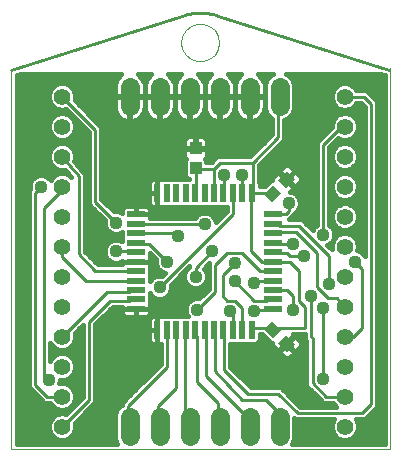
<source format=gtl>
G75*
G70*
%OFA0B0*%
%FSLAX24Y24*%
%IPPOS*%
%LPD*%
%AMOC8*
5,1,8,0,0,1.08239X$1,22.5*
%
%ADD10C,0.0000*%
%ADD11C,0.0100*%
%ADD12C,0.0555*%
%ADD13R,0.0591X0.0197*%
%ADD14R,0.0197X0.0591*%
%ADD15R,0.0433X0.0394*%
%ADD16R,0.0394X0.0433*%
%ADD17C,0.0640*%
%ADD18C,0.0440*%
%ADD19C,0.0436*%
%ADD20C,0.0160*%
D10*
X000174Y000746D02*
X000174Y013342D01*
X005829Y014294D02*
X005867Y014509D01*
X005976Y014699D01*
X006144Y014840D01*
X006350Y014914D01*
X006568Y014914D01*
X006774Y014840D01*
X006942Y014699D01*
X007051Y014509D01*
X007089Y014294D01*
X007051Y014079D01*
X006942Y013889D01*
X006774Y013748D01*
X006568Y013674D01*
X006350Y013674D01*
X006144Y013748D01*
X005976Y013889D01*
X005867Y014079D01*
X005829Y014294D01*
G36*
X009638Y009743D02*
X009333Y009438D01*
X009054Y009717D01*
X009359Y010022D01*
X009638Y009743D01*
G37*
G36*
X009164Y009270D02*
X008859Y008965D01*
X008580Y009244D01*
X008885Y009549D01*
X009164Y009270D01*
G37*
X012794Y013442D02*
X012794Y000746D01*
X000174Y000746D01*
G36*
X008885Y004438D02*
X008580Y004743D01*
X008859Y005022D01*
X009164Y004717D01*
X008885Y004438D01*
G37*
G36*
X009359Y003965D02*
X009054Y004270D01*
X009333Y004549D01*
X009638Y004244D01*
X009359Y003965D01*
G37*
G36*
X009359Y003965D02*
X009054Y004270D01*
X009333Y004549D01*
X009638Y004244D01*
X009359Y003965D01*
G37*
D11*
X009059Y004794D02*
X008872Y004730D01*
G36*
X008885Y004438D02*
X008580Y004743D01*
X008859Y005022D01*
X009164Y004717D01*
X008885Y004438D01*
G37*
X008872Y004730D02*
X008659Y004794D01*
X008259Y004794D01*
X008184Y004710D01*
X007869Y004710D02*
X007869Y005434D01*
X007609Y005694D01*
X007359Y005694D01*
X007209Y005844D01*
X007209Y006544D01*
X007609Y006944D01*
X007359Y007294D02*
X007859Y007294D01*
X008459Y006694D01*
X008809Y006694D01*
X008892Y006679D01*
X008892Y006994D02*
X009459Y006994D01*
X009759Y006694D01*
X009759Y005694D01*
X009959Y005494D01*
X009959Y004794D01*
X009059Y004794D01*
X008892Y005419D02*
X008659Y005394D01*
X008309Y005394D01*
X008259Y005344D01*
X008259Y005694D02*
X007609Y006344D01*
X008259Y006294D02*
X008329Y006364D01*
X008892Y006364D01*
X008892Y006049D02*
X008859Y006044D01*
X009359Y006044D01*
X009559Y005844D01*
X009559Y005394D01*
X010159Y005844D02*
X010159Y004494D01*
X010209Y004444D01*
X010209Y002944D01*
X010659Y002494D01*
X011284Y002494D01*
X011859Y001944D02*
X012159Y002244D01*
X012159Y012244D01*
X011909Y012494D01*
X011284Y012494D01*
X011284Y011494D02*
X011159Y011494D01*
X010559Y010894D01*
X010559Y007894D01*
X010359Y007294D02*
X010359Y006144D01*
X010709Y005794D01*
X011009Y005794D01*
X011284Y005494D01*
X011859Y004794D02*
X011559Y004494D01*
X011284Y004494D01*
X011859Y004794D02*
X011859Y006744D01*
X011609Y006994D01*
X010759Y007194D02*
X010759Y006244D01*
X010559Y005444D02*
X010559Y003094D01*
X009709Y001944D02*
X011859Y001944D01*
X009709Y001944D02*
X009059Y002594D01*
X008059Y002594D01*
X007259Y003394D01*
X007259Y004494D01*
X007239Y004710D01*
X007554Y004710D02*
X007559Y004994D01*
X007559Y005194D01*
X007459Y005344D01*
X006959Y005994D02*
X006959Y006894D01*
X007359Y007294D01*
X006859Y007344D02*
X006309Y006794D01*
X006309Y006494D01*
X006959Y005994D02*
X006359Y005394D01*
X006294Y004710D02*
X006359Y004494D01*
X006359Y002994D01*
X007059Y002294D01*
X007059Y001894D01*
X007109Y001494D01*
X007859Y002394D02*
X006959Y003344D01*
X006959Y004494D01*
X006924Y004710D01*
X006609Y004710D02*
X006659Y004494D01*
X006659Y003194D01*
X008059Y001794D01*
X008059Y001644D01*
X008109Y001494D01*
X007859Y002394D02*
X008659Y002394D01*
X009059Y001994D01*
X009059Y001594D01*
X009109Y001494D01*
X006109Y001494D02*
X005959Y001994D01*
X005959Y004494D01*
X005979Y004710D01*
X005664Y004710D02*
X005659Y004494D01*
X005659Y002794D01*
X005059Y002194D01*
X005059Y001794D01*
X005109Y001494D01*
X004109Y001494D02*
X004059Y001794D01*
X004059Y002194D01*
X005359Y003494D01*
X005359Y004494D01*
X005349Y004710D01*
X004325Y005734D02*
X004059Y005694D01*
X003459Y005694D01*
X002759Y004994D01*
X002759Y002394D01*
X001859Y001494D01*
X001859Y002494D02*
X001359Y002494D01*
X000959Y002894D01*
X000959Y009294D01*
X001159Y009494D01*
X001259Y008794D02*
X001859Y009394D01*
X001859Y009494D01*
X001859Y009394D02*
X001859Y009344D01*
X002409Y009844D02*
X001859Y010494D01*
X002409Y009844D02*
X002409Y007244D01*
X002959Y006694D01*
X004059Y006694D01*
X004310Y006694D01*
X004325Y006679D01*
X004325Y006364D02*
X004109Y006344D01*
X002659Y006344D01*
X001859Y007144D01*
X001859Y007494D01*
X001259Y008794D02*
X001259Y003194D01*
X001409Y003044D01*
X001859Y004494D02*
X003359Y005994D01*
X004059Y005994D01*
X004325Y006049D01*
X005109Y006144D02*
X007559Y008594D01*
X007559Y008994D01*
X007554Y009277D01*
X007239Y009277D02*
X007259Y009494D01*
X007259Y009894D01*
X006909Y010094D02*
X007109Y010294D01*
X008209Y010294D01*
X009059Y011144D01*
X009059Y012444D01*
X009109Y012494D01*
X008209Y010294D02*
X008209Y009494D01*
X008184Y009277D01*
X008159Y008994D01*
X008159Y007344D01*
X008509Y006994D01*
X008892Y006994D01*
X008892Y007309D02*
X009159Y007294D01*
X009359Y007294D01*
X009459Y007194D01*
X009909Y007194D01*
X009559Y007594D02*
X008959Y007594D01*
X008909Y007644D01*
X008892Y007624D01*
X008892Y007939D02*
X009159Y007994D01*
X009659Y007994D01*
X010359Y007294D01*
X010759Y007194D02*
X009759Y008194D01*
X009159Y008194D01*
X008892Y008254D01*
X008892Y008569D02*
X009159Y008594D01*
X009309Y008594D01*
X009409Y008694D01*
X009409Y008944D01*
G36*
X009164Y009270D02*
X008859Y008965D01*
X008580Y009244D01*
X008885Y009549D01*
X009164Y009270D01*
G37*
X008872Y009257D02*
X008659Y009294D01*
X008259Y009294D01*
X008184Y009277D01*
X007869Y009277D02*
X007859Y009494D01*
X007859Y009894D01*
X006909Y009494D02*
X006924Y009277D01*
X006909Y009494D02*
X006909Y010094D01*
X006459Y010094D01*
X006459Y010009D01*
X006309Y010109D01*
X006309Y009494D01*
X006294Y009277D01*
X006609Y008244D02*
X004459Y008244D01*
X004325Y008254D01*
X004325Y007939D02*
X004409Y007944D01*
X005609Y007944D01*
X005709Y007844D01*
X005359Y006994D02*
X004759Y007594D01*
X004559Y007594D01*
X004325Y007624D01*
X004325Y007309D02*
X004059Y007344D01*
X003659Y007344D01*
X003659Y008294D02*
X002959Y008994D01*
X002959Y011394D01*
X001859Y012494D01*
X000159Y013394D02*
X005859Y015194D01*
X007059Y015194D02*
X012759Y013394D01*
G36*
X009638Y009743D02*
X009333Y009438D01*
X009054Y009717D01*
X009359Y010022D01*
X009638Y009743D01*
G37*
X007059Y015194D02*
X006976Y015221D01*
X006892Y015244D01*
X006806Y015263D01*
X006720Y015278D01*
X006634Y015289D01*
X006546Y015295D01*
X006459Y015297D01*
X006372Y015295D01*
X006284Y015289D01*
X006198Y015278D01*
X006112Y015263D01*
X006026Y015244D01*
X005942Y015221D01*
X005859Y015194D01*
X008659Y005694D02*
X008892Y005734D01*
X008659Y005694D02*
X008259Y005694D01*
G36*
X008885Y004438D02*
X008580Y004743D01*
X008859Y005022D01*
X009164Y004717D01*
X008885Y004438D01*
G37*
G36*
X009359Y003965D02*
X009054Y004270D01*
X009333Y004549D01*
X009638Y004244D01*
X009359Y003965D01*
G37*
D12*
X011284Y003494D03*
X011284Y002494D03*
X011284Y001494D03*
X011284Y004494D03*
X011284Y005494D03*
X011284Y006494D03*
X011284Y007494D03*
X011284Y008494D03*
X011284Y009494D03*
X011284Y010494D03*
X011284Y011494D03*
X011284Y012494D03*
G36*
X009638Y009743D02*
X009333Y009438D01*
X009054Y009717D01*
X009359Y010022D01*
X009638Y009743D01*
G37*
G36*
X009164Y009270D02*
X008859Y008965D01*
X008580Y009244D01*
X008885Y009549D01*
X009164Y009270D01*
G37*
X001859Y009494D03*
X001859Y010494D03*
X001859Y011494D03*
X001859Y012494D03*
X001859Y008494D03*
X001859Y007494D03*
X001859Y006494D03*
X001859Y005494D03*
X001859Y004494D03*
X001859Y003494D03*
X001859Y002494D03*
X001859Y001494D03*
D13*
X004325Y005419D03*
X004325Y005734D03*
X004325Y006049D03*
X004325Y006364D03*
X004325Y006679D03*
X004325Y006994D03*
X004325Y007309D03*
X004325Y007624D03*
X004325Y007939D03*
X004325Y008254D03*
X004325Y008569D03*
X008892Y008569D03*
X008892Y008254D03*
X008892Y007939D03*
X008892Y007624D03*
X008892Y007309D03*
X008892Y006994D03*
X008892Y006679D03*
X008892Y006364D03*
X008892Y006049D03*
X008892Y005734D03*
X008892Y005419D03*
G36*
X008885Y004438D02*
X008580Y004743D01*
X008859Y005022D01*
X009164Y004717D01*
X008885Y004438D01*
G37*
G36*
X009359Y003965D02*
X009054Y004270D01*
X009333Y004549D01*
X009638Y004244D01*
X009359Y003965D01*
G37*
G36*
X009164Y009270D02*
X008859Y008965D01*
X008580Y009244D01*
X008885Y009549D01*
X009164Y009270D01*
G37*
G36*
X009638Y009743D02*
X009333Y009438D01*
X009054Y009717D01*
X009359Y010022D01*
X009638Y009743D01*
G37*
G36*
X009638Y009743D02*
X009333Y009438D01*
X009054Y009717D01*
X009359Y010022D01*
X009638Y009743D01*
G37*
G36*
X009164Y009270D02*
X008859Y008965D01*
X008580Y009244D01*
X008885Y009549D01*
X009164Y009270D01*
G37*
D14*
X008184Y009277D03*
X007869Y009277D03*
X007554Y009277D03*
X007239Y009277D03*
X006924Y009277D03*
X006609Y009277D03*
X006294Y009277D03*
X005979Y009277D03*
X005664Y009277D03*
X005349Y009277D03*
X005034Y009277D03*
X005034Y004710D03*
X005349Y004710D03*
X005664Y004710D03*
X005979Y004710D03*
X006294Y004710D03*
X006609Y004710D03*
X006924Y004710D03*
X007239Y004710D03*
X007554Y004710D03*
X007869Y004710D03*
X008184Y004710D03*
G36*
X008885Y004438D02*
X008580Y004743D01*
X008859Y005022D01*
X009164Y004717D01*
X008885Y004438D01*
G37*
G36*
X009359Y003965D02*
X009054Y004270D01*
X009333Y004549D01*
X009638Y004244D01*
X009359Y003965D01*
G37*
G36*
X009359Y003965D02*
X009054Y004270D01*
X009333Y004549D01*
X009638Y004244D01*
X009359Y003965D01*
G37*
G36*
X008885Y004438D02*
X008580Y004743D01*
X008859Y005022D01*
X009164Y004717D01*
X008885Y004438D01*
G37*
G36*
X009164Y009270D02*
X008859Y008965D01*
X008580Y009244D01*
X008885Y009549D01*
X009164Y009270D01*
G37*
G36*
X009638Y009743D02*
X009333Y009438D01*
X009054Y009717D01*
X009359Y010022D01*
X009638Y009743D01*
G37*
G36*
X009638Y009743D02*
X009333Y009438D01*
X009054Y009717D01*
X009359Y010022D01*
X009638Y009743D01*
G37*
G36*
X009164Y009270D02*
X008859Y008965D01*
X008580Y009244D01*
X008885Y009549D01*
X009164Y009270D01*
G37*
D16*
X006309Y010109D03*
X006309Y010779D03*
G36*
X008885Y004438D02*
X008580Y004743D01*
X008859Y005022D01*
X009164Y004717D01*
X008885Y004438D01*
G37*
G36*
X009359Y003965D02*
X009054Y004270D01*
X009333Y004549D01*
X009638Y004244D01*
X009359Y003965D01*
G37*
G36*
X009359Y003965D02*
X009054Y004270D01*
X009333Y004549D01*
X009638Y004244D01*
X009359Y003965D01*
G37*
G36*
X008885Y004438D02*
X008580Y004743D01*
X008859Y005022D01*
X009164Y004717D01*
X008885Y004438D01*
G37*
D17*
X009109Y001814D02*
X009109Y001174D01*
X008109Y001174D02*
X008109Y001814D01*
X007109Y001814D02*
X007109Y001174D01*
X006109Y001174D02*
X006109Y001814D01*
X005109Y001814D02*
X005109Y001174D01*
X004109Y001174D02*
X004109Y001814D01*
G36*
X009164Y009270D02*
X008859Y008965D01*
X008580Y009244D01*
X008885Y009549D01*
X009164Y009270D01*
G37*
G36*
X009638Y009743D02*
X009333Y009438D01*
X009054Y009717D01*
X009359Y010022D01*
X009638Y009743D01*
G37*
X009109Y012174D02*
X009109Y012814D01*
X008109Y012814D02*
X008109Y012174D01*
X007109Y012174D02*
X007109Y012814D01*
X006109Y012814D02*
X006109Y012174D01*
X005109Y012174D02*
X005109Y012814D01*
X004109Y012814D02*
X004109Y012174D01*
D18*
X001159Y009494D03*
X003659Y008294D03*
X003659Y007344D03*
X005109Y006144D03*
X005359Y006994D03*
X005709Y007844D03*
X006609Y008244D03*
X006859Y007344D03*
X006309Y006494D03*
X006359Y005394D03*
X007459Y005344D03*
X008259Y005344D03*
G36*
X008885Y004438D02*
X008580Y004743D01*
X008859Y005022D01*
X009164Y004717D01*
X008885Y004438D01*
G37*
G36*
X009359Y003965D02*
X009054Y004270D01*
X009333Y004549D01*
X009638Y004244D01*
X009359Y003965D01*
G37*
X009559Y005394D03*
X010159Y005844D03*
X010559Y005444D03*
X010759Y006244D03*
X011609Y006994D03*
X010559Y007894D03*
X009909Y007194D03*
X009559Y007594D03*
X009409Y008944D03*
G36*
X009164Y009270D02*
X008859Y008965D01*
X008580Y009244D01*
X008885Y009549D01*
X009164Y009270D01*
G37*
G36*
X009638Y009743D02*
X009333Y009438D01*
X009054Y009717D01*
X009359Y010022D01*
X009638Y009743D01*
G37*
X007859Y009894D03*
X007259Y009894D03*
X007609Y006344D03*
X010559Y003094D03*
X001409Y003044D03*
D19*
X003859Y003494D03*
X005559Y005594D03*
X007609Y006944D03*
X008259Y006294D03*
G36*
X008885Y004438D02*
X008580Y004743D01*
X008859Y005022D01*
X009164Y004717D01*
X008885Y004438D01*
G37*
G36*
X009359Y003965D02*
X009054Y004270D01*
X009333Y004549D01*
X009638Y004244D01*
X009359Y003965D01*
G37*
X009859Y003994D03*
X008359Y003394D03*
G36*
X009164Y009270D02*
X008859Y008965D01*
X008580Y009244D01*
X008885Y009549D01*
X009164Y009270D01*
G37*
G36*
X009638Y009743D02*
X009333Y009438D01*
X009054Y009717D01*
X009359Y010022D01*
X009638Y009743D01*
G37*
X009609Y010994D03*
X004109Y010494D03*
X001109Y010994D03*
D20*
X001488Y011246D02*
X001421Y011407D01*
X001421Y011581D01*
X001488Y011742D01*
X001611Y011865D01*
X001772Y011931D01*
X001946Y011931D01*
X002107Y011865D01*
X002230Y011742D01*
X002296Y011581D01*
X002296Y011407D01*
X002230Y011246D01*
X002107Y011123D01*
X001946Y011056D01*
X001772Y011056D01*
X001611Y011123D01*
X001488Y011246D01*
X001476Y011275D02*
X000359Y011275D01*
X000359Y011116D02*
X001627Y011116D01*
X001772Y010931D02*
X001611Y010865D01*
X001488Y010742D01*
X001421Y010581D01*
X001421Y010407D01*
X001488Y010246D01*
X001611Y010123D01*
X001772Y010056D01*
X001946Y010056D01*
X001952Y010059D01*
X002169Y009803D01*
X002107Y009865D01*
X001946Y009931D01*
X001772Y009931D01*
X001611Y009865D01*
X001488Y009742D01*
X001476Y009714D01*
X001374Y009816D01*
X001234Y009874D01*
X001083Y009874D01*
X000944Y009816D01*
X000837Y009709D01*
X000779Y009569D01*
X000779Y009418D01*
X000781Y009413D01*
X000749Y009381D01*
X000749Y009207D01*
X000749Y002981D01*
X000749Y002807D01*
X001149Y002407D01*
X001272Y002284D01*
X001472Y002284D01*
X001488Y002246D01*
X001611Y002123D01*
X001772Y002056D01*
X001946Y002056D01*
X002107Y002123D01*
X002230Y002246D01*
X002296Y002407D01*
X002296Y002581D01*
X002230Y002742D01*
X002107Y002865D01*
X001946Y002931D01*
X001774Y002931D01*
X001789Y002968D01*
X001789Y003056D01*
X001946Y003056D01*
X002107Y003123D01*
X002230Y003246D01*
X002296Y003407D01*
X002296Y003581D01*
X002230Y003742D01*
X002107Y003865D01*
X001946Y003931D01*
X001772Y003931D01*
X001611Y003865D01*
X001488Y003742D01*
X001469Y003695D01*
X001469Y004292D01*
X001488Y004246D01*
X001611Y004123D01*
X001772Y004056D01*
X001946Y004056D01*
X002107Y004123D01*
X002230Y004246D01*
X002296Y004407D01*
X002296Y004581D01*
X002281Y004619D01*
X002549Y004887D01*
X002549Y002481D01*
X001984Y001916D01*
X001946Y001931D01*
X001772Y001931D01*
X001611Y001865D01*
X001488Y001742D01*
X001421Y001581D01*
X001421Y001407D01*
X001488Y001246D01*
X001611Y001123D01*
X001772Y001056D01*
X001946Y001056D01*
X002107Y001123D01*
X002230Y001246D01*
X002296Y001407D01*
X002296Y001581D01*
X002281Y001619D01*
X002969Y002307D01*
X002969Y002481D01*
X002969Y004907D01*
X003546Y005484D01*
X003850Y005484D01*
X003850Y005419D01*
X003850Y005246D01*
X003956Y005141D01*
X004325Y005141D01*
X004325Y005419D01*
X003850Y005419D01*
X004325Y005419D01*
X004325Y005419D01*
X004326Y005419D01*
X004801Y005419D01*
X004801Y005592D01*
X004781Y005612D01*
X004781Y005899D01*
X004781Y005943D01*
X004787Y005929D01*
X004894Y005822D01*
X005033Y005764D01*
X005184Y005764D01*
X005324Y005822D01*
X005431Y005929D01*
X005489Y006068D01*
X005489Y006219D01*
X005487Y006225D01*
X006099Y006837D01*
X006099Y006818D01*
X006094Y006816D01*
X005987Y006709D01*
X005929Y006569D01*
X005929Y006418D01*
X005987Y006279D01*
X006094Y006172D01*
X006233Y006114D01*
X006384Y006114D01*
X006524Y006172D01*
X006631Y006279D01*
X006689Y006418D01*
X006689Y006569D01*
X006631Y006709D01*
X006576Y006764D01*
X006749Y006937D01*
X006749Y006081D01*
X006440Y005772D01*
X006434Y005774D01*
X006283Y005774D01*
X006144Y005716D01*
X006037Y005609D01*
X005979Y005469D01*
X005979Y005318D01*
X006037Y005179D01*
X006050Y005166D01*
X005814Y005166D01*
X005499Y005166D01*
X005227Y005166D01*
X005207Y005186D01*
X005034Y005186D01*
X004861Y005186D01*
X004756Y005080D01*
X004756Y004711D01*
X005034Y004711D01*
X005034Y005186D01*
X005034Y004711D01*
X005034Y004711D01*
X005034Y004710D01*
X005034Y004710D01*
X005034Y004235D01*
X004861Y004235D01*
X004756Y004341D01*
X004756Y004710D01*
X005034Y004710D01*
X005034Y004235D01*
X005149Y004235D01*
X005149Y003581D01*
X003972Y002404D01*
X003849Y002281D01*
X003849Y002226D01*
X003837Y002221D01*
X003702Y002086D01*
X003629Y001909D01*
X003629Y001078D01*
X003692Y000926D01*
X000359Y000926D01*
X000359Y013216D01*
X000447Y013244D01*
X003841Y013244D01*
X003826Y013238D01*
X003685Y013097D01*
X003609Y012913D01*
X003609Y012514D01*
X004089Y012514D01*
X004089Y012474D01*
X003609Y012474D01*
X003609Y012074D01*
X003685Y011891D01*
X003826Y011750D01*
X004009Y011674D01*
X004089Y011674D01*
X004089Y012474D01*
X004129Y012474D01*
X004129Y012514D01*
X004609Y012514D01*
X005089Y012514D01*
X005089Y012474D01*
X004609Y012474D01*
X004609Y012074D01*
X004685Y011891D01*
X004826Y011750D01*
X005009Y011674D01*
X005089Y011674D01*
X005089Y012474D01*
X005129Y012474D01*
X005129Y012514D01*
X005609Y012514D01*
X006089Y012514D01*
X006089Y012474D01*
X005609Y012474D01*
X005609Y012074D01*
X005685Y011891D01*
X005826Y011750D01*
X006009Y011674D01*
X006089Y011674D01*
X006089Y012474D01*
X006129Y012474D01*
X006129Y012514D01*
X006609Y012514D01*
X007089Y012514D01*
X007089Y012474D01*
X006609Y012474D01*
X006609Y012074D01*
X006685Y011891D01*
X006826Y011750D01*
X007009Y011674D01*
X007089Y011674D01*
X007089Y012474D01*
X007129Y012474D01*
X007129Y012514D01*
X007609Y012514D01*
X008089Y012514D01*
X008089Y012474D01*
X007609Y012474D01*
X007609Y012074D01*
X007685Y011891D01*
X007826Y011750D01*
X008009Y011674D01*
X008089Y011674D01*
X008089Y012474D01*
X008129Y012474D01*
X008129Y012514D01*
X008609Y012514D01*
X008609Y012913D01*
X008533Y013097D01*
X008392Y013238D01*
X008377Y013244D01*
X008893Y013244D01*
X008837Y013221D01*
X008702Y013086D01*
X008629Y012909D01*
X008629Y012078D01*
X008702Y011902D01*
X008837Y011767D01*
X008849Y011762D01*
X008849Y011231D01*
X008122Y010504D01*
X007196Y010504D01*
X007022Y010504D01*
X006822Y010304D01*
X006666Y010304D01*
X006666Y010392D01*
X006628Y010430D01*
X006686Y010487D01*
X006686Y010760D01*
X006328Y010760D01*
X006328Y010797D01*
X006686Y010797D01*
X006686Y011070D01*
X006580Y011175D01*
X006327Y011175D01*
X006327Y010797D01*
X006290Y010797D01*
X006290Y010760D01*
X005932Y010760D01*
X005932Y010487D01*
X005990Y010430D01*
X005952Y010392D01*
X005952Y009826D01*
X006046Y009733D01*
X006099Y009733D01*
X006099Y009733D01*
X005829Y009733D01*
X005514Y009733D01*
X005227Y009733D01*
X005207Y009753D01*
X005034Y009753D01*
X004861Y009753D01*
X004756Y009647D01*
X004756Y009277D01*
X004756Y008907D01*
X004861Y008802D01*
X005034Y008802D01*
X005034Y009277D01*
X005034Y009277D01*
X005034Y008802D01*
X005207Y008802D01*
X005227Y008822D01*
X005514Y008822D01*
X005829Y008822D01*
X006144Y008822D01*
X006459Y008822D01*
X006774Y008822D01*
X007089Y008822D01*
X007349Y008822D01*
X007349Y008681D01*
X006988Y008320D01*
X006931Y008459D01*
X006824Y008566D01*
X006684Y008624D01*
X006533Y008624D01*
X006394Y008566D01*
X006287Y008459D01*
X006285Y008454D01*
X004801Y008454D01*
X004801Y008568D01*
X004326Y008568D01*
X004326Y008569D01*
X004801Y008569D01*
X004801Y008742D01*
X004695Y008847D01*
X004326Y008847D01*
X004326Y008569D01*
X004325Y008569D01*
X004325Y008847D01*
X003956Y008847D01*
X003850Y008742D01*
X003850Y008626D01*
X003734Y008674D01*
X003583Y008674D01*
X003578Y008672D01*
X003169Y009081D01*
X003169Y011307D01*
X003169Y011481D01*
X002281Y012369D01*
X002296Y012407D01*
X002296Y012581D01*
X002230Y012742D01*
X002107Y012865D01*
X001946Y012931D01*
X001772Y012931D01*
X001611Y012865D01*
X001488Y012742D01*
X001421Y012581D01*
X001421Y012407D01*
X001488Y012246D01*
X001611Y012123D01*
X001772Y012056D01*
X001946Y012056D01*
X001984Y012072D01*
X002749Y011307D01*
X002749Y008907D01*
X002872Y008784D01*
X003281Y008375D01*
X003279Y008369D01*
X003279Y008218D01*
X003337Y008079D01*
X003444Y007972D01*
X003583Y007914D01*
X003734Y007914D01*
X003870Y007970D01*
X003870Y007788D01*
X003870Y007668D01*
X003734Y007724D01*
X003583Y007724D01*
X003444Y007666D01*
X003337Y007559D01*
X003279Y007419D01*
X003279Y007268D01*
X003337Y007129D01*
X003444Y007022D01*
X003583Y006964D01*
X003734Y006964D01*
X003850Y007012D01*
X003850Y006994D01*
X004325Y006994D01*
X004325Y006994D01*
X003850Y006994D01*
X003808Y006994D01*
X003850Y006994D02*
X003850Y006904D01*
X003046Y006904D01*
X002619Y007331D01*
X002619Y009835D01*
X002625Y009913D01*
X002619Y009921D01*
X002619Y009931D01*
X002563Y009986D01*
X002267Y010336D01*
X002296Y010407D01*
X002296Y010581D01*
X002230Y010742D01*
X002107Y010865D01*
X001946Y010931D01*
X001772Y010931D01*
X001546Y010799D02*
X000359Y010799D01*
X000359Y010641D02*
X001446Y010641D01*
X001421Y010482D02*
X000359Y010482D01*
X000359Y010324D02*
X001456Y010324D01*
X001569Y010165D02*
X000359Y010165D01*
X000359Y010006D02*
X001996Y010006D01*
X002123Y009848D02*
X002130Y009848D01*
X002412Y010165D02*
X002749Y010165D01*
X002749Y010006D02*
X002546Y010006D01*
X002620Y009848D02*
X002749Y009848D01*
X002749Y009689D02*
X002619Y009689D01*
X002619Y009531D02*
X002749Y009531D01*
X002749Y009372D02*
X002619Y009372D01*
X002619Y009214D02*
X002749Y009214D01*
X002749Y009055D02*
X002619Y009055D01*
X002619Y008897D02*
X002759Y008897D01*
X002872Y008784D02*
X002872Y008784D01*
X002918Y008738D02*
X002619Y008738D01*
X002619Y008580D02*
X003076Y008580D01*
X003235Y008421D02*
X002619Y008421D01*
X002619Y008262D02*
X003279Y008262D01*
X003326Y008104D02*
X002619Y008104D01*
X002619Y007945D02*
X003507Y007945D01*
X003406Y007628D02*
X002619Y007628D01*
X002619Y007470D02*
X003300Y007470D01*
X003279Y007311D02*
X002638Y007311D01*
X002797Y007153D02*
X003327Y007153D01*
X003510Y006994D02*
X002956Y006994D01*
X002619Y007787D02*
X003870Y007787D01*
X003870Y007945D02*
X003811Y007945D01*
X004325Y008580D02*
X004326Y008580D01*
X004325Y008738D02*
X004326Y008738D01*
X004766Y008897D02*
X003353Y008897D01*
X003194Y009055D02*
X004756Y009055D01*
X004756Y009214D02*
X003169Y009214D01*
X003169Y009372D02*
X004756Y009372D01*
X004756Y009277D02*
X005034Y009277D01*
X004756Y009277D01*
X004756Y009531D02*
X003169Y009531D01*
X003169Y009689D02*
X004798Y009689D01*
X005034Y009689D02*
X005034Y009689D01*
X005034Y009753D02*
X005034Y009278D01*
X005034Y009278D01*
X005034Y009753D01*
X005034Y009531D02*
X005034Y009531D01*
X005034Y009372D02*
X005034Y009372D01*
X005034Y009277D02*
X005034Y009277D01*
X005034Y009214D02*
X005034Y009214D01*
X005034Y009055D02*
X005034Y009055D01*
X005034Y008897D02*
X005034Y008897D01*
X004801Y008738D02*
X007349Y008738D01*
X007248Y008580D02*
X006791Y008580D01*
X006947Y008421D02*
X007089Y008421D01*
X006426Y008580D02*
X004801Y008580D01*
X003850Y008738D02*
X003512Y008738D01*
X003169Y009848D02*
X005952Y009848D01*
X005952Y010006D02*
X003169Y010006D01*
X003169Y010165D02*
X005952Y010165D01*
X005952Y010324D02*
X003169Y010324D01*
X003169Y010482D02*
X005937Y010482D01*
X005932Y010641D02*
X003169Y010641D01*
X003169Y010799D02*
X005932Y010799D01*
X005932Y010797D02*
X006290Y010797D01*
X006290Y011175D01*
X006037Y011175D01*
X005932Y011070D01*
X005932Y010797D01*
X005932Y010958D02*
X003169Y010958D01*
X003169Y011116D02*
X005979Y011116D01*
X006290Y011116D02*
X006327Y011116D01*
X006327Y010958D02*
X006290Y010958D01*
X006290Y010799D02*
X006327Y010799D01*
X006639Y011116D02*
X008734Y011116D01*
X008849Y011275D02*
X003169Y011275D01*
X003169Y011433D02*
X008849Y011433D01*
X008849Y011592D02*
X003058Y011592D01*
X002899Y011750D02*
X003825Y011750D01*
X003677Y011909D02*
X002741Y011909D01*
X002582Y012068D02*
X003612Y012068D01*
X003609Y012226D02*
X002424Y012226D01*
X002287Y012385D02*
X003609Y012385D01*
X003609Y012543D02*
X002296Y012543D01*
X002246Y012702D02*
X003609Y012702D01*
X003609Y012860D02*
X002111Y012860D01*
X001607Y012860D02*
X000359Y012860D01*
X000359Y012702D02*
X001471Y012702D01*
X001421Y012543D02*
X000359Y012543D01*
X000359Y012385D02*
X001431Y012385D01*
X001508Y012226D02*
X000359Y012226D01*
X000359Y012068D02*
X001745Y012068D01*
X001718Y011909D02*
X000359Y011909D01*
X000359Y011750D02*
X001497Y011750D01*
X001426Y011592D02*
X000359Y011592D01*
X000359Y011433D02*
X001421Y011433D01*
X002000Y011909D02*
X002147Y011909D01*
X002221Y011750D02*
X002305Y011750D01*
X002292Y011592D02*
X002464Y011592D01*
X002622Y011433D02*
X002296Y011433D01*
X002242Y011275D02*
X002749Y011275D01*
X002749Y011116D02*
X002090Y011116D01*
X002172Y010799D02*
X002749Y010799D01*
X002749Y010641D02*
X002272Y010641D01*
X002296Y010482D02*
X002749Y010482D01*
X002749Y010324D02*
X002278Y010324D01*
X002749Y010958D02*
X000359Y010958D01*
X000359Y009848D02*
X001021Y009848D01*
X000829Y009689D02*
X000359Y009689D01*
X000359Y009531D02*
X000779Y009531D01*
X000749Y009372D02*
X000359Y009372D01*
X000359Y009214D02*
X000749Y009214D01*
X000749Y009055D02*
X000359Y009055D01*
X000359Y008897D02*
X000749Y008897D01*
X000749Y008738D02*
X000359Y008738D01*
X000359Y008580D02*
X000749Y008580D01*
X000749Y008421D02*
X000359Y008421D01*
X000359Y008262D02*
X000749Y008262D01*
X000749Y008104D02*
X000359Y008104D01*
X000359Y007945D02*
X000749Y007945D01*
X000749Y007787D02*
X000359Y007787D01*
X000359Y007628D02*
X000749Y007628D01*
X000749Y007470D02*
X000359Y007470D01*
X000359Y007311D02*
X000749Y007311D01*
X000749Y007153D02*
X000359Y007153D01*
X000359Y006994D02*
X000749Y006994D01*
X000749Y006836D02*
X000359Y006836D01*
X000359Y006677D02*
X000749Y006677D01*
X000749Y006519D02*
X000359Y006519D01*
X000359Y006360D02*
X000749Y006360D01*
X000749Y006201D02*
X000359Y006201D01*
X000359Y006043D02*
X000749Y006043D01*
X000749Y005884D02*
X000359Y005884D01*
X000359Y005726D02*
X000749Y005726D01*
X000749Y005567D02*
X000359Y005567D01*
X000359Y005409D02*
X000749Y005409D01*
X000749Y005250D02*
X000359Y005250D01*
X000359Y005092D02*
X000749Y005092D01*
X000749Y004933D02*
X000359Y004933D01*
X000359Y004775D02*
X000749Y004775D01*
X000749Y004616D02*
X000359Y004616D01*
X000359Y004457D02*
X000749Y004457D01*
X000749Y004299D02*
X000359Y004299D01*
X000359Y004140D02*
X000749Y004140D01*
X000749Y003982D02*
X000359Y003982D01*
X000359Y003823D02*
X000749Y003823D01*
X000749Y003665D02*
X000359Y003665D01*
X000359Y003506D02*
X000749Y003506D01*
X000749Y003348D02*
X000359Y003348D01*
X000359Y003189D02*
X000749Y003189D01*
X000749Y003031D02*
X000359Y003031D01*
X000359Y002872D02*
X000749Y002872D01*
X000842Y002713D02*
X000359Y002713D01*
X000359Y002555D02*
X001001Y002555D01*
X001159Y002396D02*
X000359Y002396D01*
X000359Y002238D02*
X001496Y002238D01*
X001717Y002079D02*
X000359Y002079D01*
X000359Y001921D02*
X001746Y001921D01*
X001971Y001921D02*
X001989Y001921D01*
X002001Y002079D02*
X002147Y002079D01*
X002222Y002238D02*
X002306Y002238D01*
X002292Y002396D02*
X002464Y002396D01*
X002549Y002555D02*
X002296Y002555D01*
X002241Y002713D02*
X002549Y002713D01*
X002549Y002872D02*
X002089Y002872D01*
X002173Y003189D02*
X002549Y003189D01*
X002549Y003031D02*
X001789Y003031D01*
X002272Y003348D02*
X002549Y003348D01*
X002549Y003506D02*
X002296Y003506D01*
X002262Y003665D02*
X002549Y003665D01*
X002549Y003823D02*
X002148Y003823D01*
X002124Y004140D02*
X002549Y004140D01*
X002549Y003982D02*
X001469Y003982D01*
X001469Y004140D02*
X001594Y004140D01*
X001570Y003823D02*
X001469Y003823D01*
X002252Y004299D02*
X002549Y004299D01*
X002549Y004457D02*
X002296Y004457D01*
X002282Y004616D02*
X002549Y004616D01*
X002549Y004775D02*
X002436Y004775D01*
X002969Y004775D02*
X004756Y004775D01*
X004756Y004933D02*
X002995Y004933D01*
X003154Y005092D02*
X004767Y005092D01*
X004695Y005141D02*
X004801Y005246D01*
X004801Y005419D01*
X004326Y005419D01*
X004326Y005419D01*
X004326Y005141D01*
X004695Y005141D01*
X004801Y005250D02*
X006007Y005250D01*
X005979Y005409D02*
X004801Y005409D01*
X004801Y005567D02*
X006019Y005567D01*
X006167Y005726D02*
X004781Y005726D01*
X004781Y005884D02*
X004831Y005884D01*
X004781Y006344D02*
X004781Y006529D01*
X004781Y006801D01*
X004801Y006821D01*
X004801Y006994D01*
X004979Y006994D01*
X004979Y007069D02*
X004979Y006918D01*
X005037Y006779D01*
X005144Y006672D01*
X005282Y006614D01*
X005190Y006522D01*
X005184Y006524D01*
X005033Y006524D01*
X004894Y006466D01*
X004787Y006359D01*
X004781Y006344D01*
X004781Y006360D02*
X004788Y006360D01*
X004781Y006519D02*
X005020Y006519D01*
X005138Y006677D02*
X004781Y006677D01*
X004801Y006836D02*
X005013Y006836D01*
X004979Y007069D02*
X004981Y007075D01*
X004781Y007275D01*
X004781Y007187D01*
X004801Y007167D01*
X004801Y006994D01*
X004326Y006994D01*
X004326Y006994D01*
X004801Y006994D01*
X004801Y007153D02*
X004903Y007153D01*
X005622Y006360D02*
X005953Y006360D01*
X005929Y006519D02*
X005780Y006519D01*
X005939Y006677D02*
X005973Y006677D01*
X006098Y006836D02*
X006099Y006836D01*
X006648Y006836D02*
X006749Y006836D01*
X006749Y006677D02*
X006644Y006677D01*
X006689Y006519D02*
X006749Y006519D01*
X006749Y006360D02*
X006665Y006360D01*
X006749Y006201D02*
X006554Y006201D01*
X006711Y006043D02*
X005478Y006043D01*
X005489Y006201D02*
X006064Y006201D01*
X006552Y005884D02*
X005387Y005884D01*
X005034Y005092D02*
X005034Y005092D01*
X005034Y004933D02*
X005034Y004933D01*
X005034Y004775D02*
X005034Y004775D01*
X005034Y004616D02*
X005034Y004616D01*
X005034Y004457D02*
X005034Y004457D01*
X005034Y004299D02*
X005034Y004299D01*
X005149Y004140D02*
X002969Y004140D01*
X002969Y003982D02*
X005149Y003982D01*
X005149Y003823D02*
X002969Y003823D01*
X002969Y003665D02*
X005149Y003665D01*
X005074Y003506D02*
X002969Y003506D01*
X002969Y003348D02*
X004916Y003348D01*
X004757Y003189D02*
X002969Y003189D01*
X002969Y003031D02*
X004599Y003031D01*
X004440Y002872D02*
X002969Y002872D01*
X002969Y002713D02*
X004282Y002713D01*
X004123Y002555D02*
X002969Y002555D01*
X002969Y002396D02*
X003964Y002396D01*
X003849Y002238D02*
X002900Y002238D01*
X002741Y002079D02*
X003699Y002079D01*
X003634Y001921D02*
X002583Y001921D01*
X002424Y001762D02*
X003629Y001762D01*
X003629Y001604D02*
X002287Y001604D01*
X002296Y001445D02*
X003629Y001445D01*
X003629Y001287D02*
X002246Y001287D01*
X002112Y001128D02*
X003629Y001128D01*
X003674Y000969D02*
X000359Y000969D01*
X000359Y001128D02*
X001606Y001128D01*
X001471Y001287D02*
X000359Y001287D01*
X000359Y001445D02*
X001421Y001445D01*
X001431Y001604D02*
X000359Y001604D01*
X000359Y001762D02*
X001509Y001762D01*
X002969Y004299D02*
X004797Y004299D01*
X004756Y004457D02*
X002969Y004457D01*
X002969Y004616D02*
X004756Y004616D01*
X004325Y005250D02*
X004326Y005250D01*
X004325Y005409D02*
X004326Y005409D01*
X003850Y005409D02*
X003471Y005409D01*
X003312Y005250D02*
X003850Y005250D01*
X007469Y004255D02*
X007469Y003481D01*
X008146Y002804D01*
X008972Y002804D01*
X009146Y002804D01*
X009796Y002154D01*
X011005Y002154D01*
X010913Y002246D01*
X010898Y002284D01*
X010572Y002284D01*
X010449Y002407D01*
X009999Y002857D01*
X009999Y003031D01*
X009999Y004357D01*
X009949Y004407D01*
X009949Y004584D01*
X009872Y004584D01*
X009552Y004584D01*
X009599Y004537D01*
X009346Y004283D01*
X009372Y004257D01*
X009639Y003990D01*
X009818Y004169D01*
X009818Y004318D01*
X009625Y004511D01*
X009372Y004257D01*
X009346Y004231D01*
X009613Y003964D01*
X009434Y003785D01*
X009285Y003785D01*
X009092Y003978D01*
X009345Y004231D01*
X009319Y004257D01*
X009066Y004004D01*
X008873Y004197D01*
X008873Y004278D01*
X008820Y004278D01*
X008514Y004584D01*
X008442Y004584D01*
X008442Y004349D01*
X008348Y004255D01*
X008033Y004255D01*
X007704Y004255D01*
X007469Y004255D01*
X007469Y004140D02*
X008929Y004140D01*
X008799Y004299D02*
X008392Y004299D01*
X008442Y004457D02*
X008641Y004457D01*
G36*
X008885Y004438D02*
X008580Y004743D01*
X008859Y005022D01*
X009164Y004717D01*
X008885Y004438D01*
G37*
X009203Y004140D02*
X009255Y004140D01*
G36*
X009359Y003965D02*
X009054Y004270D01*
X009333Y004549D01*
X009638Y004244D01*
X009359Y003965D01*
G37*
X009246Y003823D02*
X007469Y003823D01*
X007469Y003665D02*
X009999Y003665D01*
X009999Y003823D02*
X009472Y003823D01*
X009595Y003982D02*
X009999Y003982D01*
X009999Y004140D02*
X009789Y004140D01*
X009818Y004299D02*
X009999Y004299D01*
X009949Y004457D02*
X009678Y004457D01*
X009572Y004457D02*
X009520Y004457D01*
X009413Y004299D02*
X009361Y004299D01*
X009436Y004140D02*
X009488Y004140D01*
X009096Y003982D02*
X007469Y003982D01*
X007469Y003506D02*
X009999Y003506D01*
X009999Y003348D02*
X007602Y003348D01*
X007761Y003189D02*
X009999Y003189D01*
X009999Y003031D02*
X007919Y003031D01*
X008078Y002872D02*
X009999Y002872D01*
X010142Y002713D02*
X009236Y002713D01*
X009395Y002555D02*
X010301Y002555D01*
X010459Y002396D02*
X009553Y002396D01*
X009712Y002238D02*
X010921Y002238D01*
X010910Y001734D02*
X010847Y001581D01*
X010847Y001407D01*
X010913Y001246D01*
X011036Y001123D01*
X011197Y001056D01*
X011371Y001056D01*
X011532Y001123D01*
X011655Y001246D01*
X011722Y001407D01*
X011722Y001581D01*
X011658Y001734D01*
X011772Y001734D01*
X011946Y001734D01*
X012246Y002034D01*
X012369Y002157D01*
X012369Y012157D01*
X012369Y012331D01*
X012119Y012581D01*
X011996Y012704D01*
X011671Y012704D01*
X011655Y012742D01*
X011532Y012865D01*
X011371Y012931D01*
X011197Y012931D01*
X011036Y012865D01*
X010913Y012742D01*
X010847Y012581D01*
X010847Y012407D01*
X010913Y012246D01*
X011036Y012123D01*
X011197Y012056D01*
X011371Y012056D01*
X011532Y012123D01*
X011655Y012246D01*
X011671Y012284D01*
X011822Y012284D01*
X011949Y012157D01*
X011949Y007166D01*
X011931Y007209D01*
X011824Y007316D01*
X011704Y007366D01*
X011722Y007407D01*
X011722Y007581D01*
X011655Y007742D01*
X011532Y007865D01*
X011371Y007931D01*
X011197Y007931D01*
X011036Y007865D01*
X010913Y007742D01*
X010847Y007581D01*
X010847Y007407D01*
X010849Y007400D01*
X010846Y007404D01*
X010706Y007544D01*
X010774Y007572D01*
X010881Y007679D01*
X010939Y007818D01*
X010939Y007969D01*
X010881Y008109D01*
X010774Y008216D01*
X010769Y008218D01*
X010769Y010807D01*
X011071Y011109D01*
X011197Y011056D01*
X011371Y011056D01*
X011532Y011123D01*
X011655Y011246D01*
X011722Y011407D01*
X011722Y011581D01*
X011655Y011742D01*
X011532Y011865D01*
X011371Y011931D01*
X011197Y011931D01*
X011036Y011865D01*
X010913Y011742D01*
X010847Y011581D01*
X010847Y011479D01*
X010349Y010981D01*
X010349Y010807D01*
X010349Y008218D01*
X010344Y008216D01*
X010237Y008109D01*
X010209Y008041D01*
X009846Y008404D01*
X009672Y008404D01*
X009416Y008404D01*
X009496Y008484D01*
X009619Y008607D01*
X009619Y008620D01*
X009624Y008622D01*
X009731Y008729D01*
X009789Y008868D01*
X009789Y009019D01*
X009731Y009159D01*
X009624Y009266D01*
X009484Y009324D01*
X009472Y009324D01*
X009599Y009451D01*
X009346Y009704D01*
X009372Y009730D01*
X009625Y009477D01*
X009818Y009670D01*
X009818Y009819D01*
X009639Y009998D01*
X009372Y009731D01*
X009346Y009757D01*
X009613Y010024D01*
X009434Y010203D01*
X009285Y010203D01*
X009092Y010010D01*
X009345Y009757D01*
X009319Y009731D01*
X009066Y009984D01*
X008873Y009791D01*
X008873Y009709D01*
X008820Y009709D01*
X008623Y009513D01*
X008609Y009516D01*
X008592Y009504D01*
X008442Y009504D01*
X008442Y009639D01*
X008419Y009662D01*
X008419Y010207D01*
X009269Y011057D01*
X009269Y011231D01*
X009269Y011721D01*
X009381Y011767D01*
X009516Y011902D01*
X009589Y012078D01*
X009589Y012909D01*
X009516Y013086D01*
X009381Y013221D01*
X009325Y013244D01*
X012470Y013244D01*
X012614Y013198D01*
X012614Y000926D01*
X009526Y000926D01*
X009589Y001078D01*
X009589Y001767D01*
X009622Y001734D01*
X010910Y001734D01*
X010856Y001604D02*
X009589Y001604D01*
X009589Y001762D02*
X009594Y001762D01*
X009589Y001445D02*
X010847Y001445D01*
X010896Y001287D02*
X009589Y001287D01*
X009589Y001128D02*
X011031Y001128D01*
X011537Y001128D02*
X012614Y001128D01*
X012614Y000969D02*
X009544Y000969D01*
X011672Y001287D02*
X012614Y001287D01*
X012614Y001445D02*
X011722Y001445D01*
X011712Y001604D02*
X012614Y001604D01*
X012614Y001762D02*
X011974Y001762D01*
X012133Y001921D02*
X012614Y001921D01*
X012614Y002079D02*
X012291Y002079D01*
X012369Y002238D02*
X012614Y002238D01*
X012614Y002396D02*
X012369Y002396D01*
X012369Y002555D02*
X012614Y002555D01*
X012614Y002713D02*
X012369Y002713D01*
X012369Y002872D02*
X012614Y002872D01*
X012614Y003031D02*
X012369Y003031D01*
X012369Y003189D02*
X012614Y003189D01*
X012614Y003348D02*
X012369Y003348D01*
X012369Y003506D02*
X012614Y003506D01*
X012614Y003665D02*
X012369Y003665D01*
X012369Y003823D02*
X012614Y003823D01*
X012614Y003982D02*
X012369Y003982D01*
X012369Y004140D02*
X012614Y004140D01*
X012614Y004299D02*
X012369Y004299D01*
X012369Y004457D02*
X012614Y004457D01*
X012614Y004616D02*
X012369Y004616D01*
X012369Y004775D02*
X012614Y004775D01*
X012614Y004933D02*
X012369Y004933D01*
X012369Y005092D02*
X012614Y005092D01*
X012614Y005250D02*
X012369Y005250D01*
X012369Y005409D02*
X012614Y005409D01*
X012614Y005567D02*
X012369Y005567D01*
X012369Y005726D02*
X012614Y005726D01*
X012614Y005884D02*
X012369Y005884D01*
X012369Y006043D02*
X012614Y006043D01*
X012614Y006201D02*
X012369Y006201D01*
X012369Y006360D02*
X012614Y006360D01*
X012614Y006519D02*
X012369Y006519D01*
X012369Y006677D02*
X012614Y006677D01*
X012614Y006836D02*
X012369Y006836D01*
X012369Y006994D02*
X012614Y006994D01*
X012614Y007153D02*
X012369Y007153D01*
X012369Y007311D02*
X012614Y007311D01*
X012614Y007470D02*
X012369Y007470D01*
X012369Y007628D02*
X012614Y007628D01*
X012614Y007787D02*
X012369Y007787D01*
X012369Y007945D02*
X012614Y007945D01*
X012614Y008104D02*
X012369Y008104D01*
X012369Y008262D02*
X012614Y008262D01*
X012614Y008421D02*
X012369Y008421D01*
X012369Y008580D02*
X012614Y008580D01*
X012614Y008738D02*
X012369Y008738D01*
X012369Y008897D02*
X012614Y008897D01*
X012614Y009055D02*
X012369Y009055D01*
X012369Y009214D02*
X012614Y009214D01*
X012614Y009372D02*
X012369Y009372D01*
X012369Y009531D02*
X012614Y009531D01*
X012614Y009689D02*
X012369Y009689D01*
X012369Y009848D02*
X012614Y009848D01*
X012614Y010006D02*
X012369Y010006D01*
X012369Y010165D02*
X012614Y010165D01*
X012614Y010324D02*
X012369Y010324D01*
X012369Y010482D02*
X012614Y010482D01*
X012614Y010641D02*
X012369Y010641D01*
X012369Y010799D02*
X012614Y010799D01*
X012614Y010958D02*
X012369Y010958D01*
X012369Y011116D02*
X012614Y011116D01*
X012614Y011275D02*
X012369Y011275D01*
X012369Y011433D02*
X012614Y011433D01*
X012614Y011592D02*
X012369Y011592D01*
X012369Y011750D02*
X012614Y011750D01*
X012614Y011909D02*
X012369Y011909D01*
X012369Y012068D02*
X012614Y012068D01*
X012614Y012226D02*
X012369Y012226D01*
X012315Y012385D02*
X012614Y012385D01*
X012614Y012543D02*
X012157Y012543D01*
X011998Y012702D02*
X012614Y012702D01*
X012614Y012860D02*
X011536Y012860D01*
X011032Y012860D02*
X009589Y012860D01*
X009589Y012702D02*
X010897Y012702D01*
X010847Y012543D02*
X009589Y012543D01*
X009589Y012385D02*
X010856Y012385D01*
X010933Y012226D02*
X009589Y012226D01*
X009584Y012068D02*
X011170Y012068D01*
X011143Y011909D02*
X009519Y011909D01*
X009341Y011750D02*
X010922Y011750D01*
X010851Y011592D02*
X009269Y011592D01*
X009269Y011433D02*
X010801Y011433D01*
X010643Y011275D02*
X009269Y011275D01*
X009269Y011116D02*
X010484Y011116D01*
X010349Y010958D02*
X009170Y010958D01*
X009011Y010799D02*
X010349Y010799D01*
X010349Y010641D02*
X008853Y010641D01*
X008694Y010482D02*
X010349Y010482D01*
X010349Y010324D02*
X008536Y010324D01*
X008419Y010165D02*
X009247Y010165D01*
X009096Y010006D02*
X008419Y010006D01*
X008419Y009848D02*
X008930Y009848D01*
X008800Y009689D02*
X008419Y009689D01*
X008442Y009531D02*
X008641Y009531D01*
G36*
X009164Y009270D02*
X008859Y008965D01*
X008580Y009244D01*
X008885Y009549D01*
X009164Y009270D01*
G37*
X009360Y009689D02*
X009413Y009689D01*
G36*
X009638Y009743D02*
X009333Y009438D01*
X009054Y009717D01*
X009359Y010022D01*
X009638Y009743D01*
G37*
X009489Y009848D02*
X009437Y009848D01*
X009595Y010006D02*
X010349Y010006D01*
X010349Y009848D02*
X009789Y009848D01*
X009818Y009689D02*
X010349Y009689D01*
X010349Y009531D02*
X009679Y009531D01*
X009571Y009531D02*
X009519Y009531D01*
X009520Y009372D02*
X010349Y009372D01*
X010349Y009214D02*
X009676Y009214D01*
X009774Y009055D02*
X010349Y009055D01*
X010349Y008897D02*
X009789Y008897D01*
X009735Y008738D02*
X010349Y008738D01*
X010349Y008580D02*
X009592Y008580D01*
X009433Y008421D02*
X010349Y008421D01*
X010349Y008262D02*
X009987Y008262D01*
X010146Y008104D02*
X010235Y008104D01*
X010769Y008262D02*
X010906Y008262D01*
X010913Y008246D02*
X011036Y008123D01*
X011197Y008056D01*
X011371Y008056D01*
X011532Y008123D01*
X011655Y008246D01*
X011722Y008407D01*
X011722Y008581D01*
X011655Y008742D01*
X011532Y008865D01*
X011371Y008931D01*
X011197Y008931D01*
X011036Y008865D01*
X010913Y008742D01*
X010847Y008581D01*
X010847Y008407D01*
X010913Y008246D01*
X010883Y008104D02*
X011082Y008104D01*
X010939Y007945D02*
X011949Y007945D01*
X011949Y007787D02*
X011610Y007787D01*
X011702Y007628D02*
X011949Y007628D01*
X011949Y007470D02*
X011722Y007470D01*
X011829Y007311D02*
X011949Y007311D01*
X011949Y008104D02*
X011486Y008104D01*
X011662Y008262D02*
X011949Y008262D01*
X011949Y008421D02*
X011722Y008421D01*
X011722Y008580D02*
X011949Y008580D01*
X011949Y008738D02*
X011656Y008738D01*
X011455Y008897D02*
X011949Y008897D01*
X011949Y009055D02*
X010769Y009055D01*
X010769Y008897D02*
X011113Y008897D01*
X011197Y009056D02*
X011371Y009056D01*
X011532Y009123D01*
X011655Y009246D01*
X011722Y009407D01*
X011722Y009581D01*
X011655Y009742D01*
X011532Y009865D01*
X011371Y009931D01*
X011197Y009931D01*
X011036Y009865D01*
X010913Y009742D01*
X010847Y009581D01*
X010847Y009407D01*
X010913Y009246D01*
X011036Y009123D01*
X011197Y009056D01*
X010946Y009214D02*
X010769Y009214D01*
X010769Y009372D02*
X010861Y009372D01*
X010847Y009531D02*
X010769Y009531D01*
X010769Y009689D02*
X010892Y009689D01*
X010769Y009848D02*
X011019Y009848D01*
X011197Y010056D02*
X011036Y010123D01*
X010913Y010246D01*
X010847Y010407D01*
X010847Y010581D01*
X010913Y010742D01*
X011036Y010865D01*
X011197Y010931D01*
X011371Y010931D01*
X011532Y010865D01*
X011655Y010742D01*
X011722Y010581D01*
X011722Y010407D01*
X011655Y010246D01*
X011532Y010123D01*
X011371Y010056D01*
X011197Y010056D01*
X010994Y010165D02*
X010769Y010165D01*
X010769Y010006D02*
X011949Y010006D01*
X011949Y009848D02*
X011549Y009848D01*
X011677Y009689D02*
X011949Y009689D01*
X011949Y009531D02*
X011722Y009531D01*
X011707Y009372D02*
X011949Y009372D01*
X011949Y009214D02*
X011623Y009214D01*
X010912Y008738D02*
X010769Y008738D01*
X010769Y008580D02*
X010847Y008580D01*
X010847Y008421D02*
X010769Y008421D01*
X010926Y007787D02*
X010958Y007787D01*
X010866Y007628D02*
X010831Y007628D01*
X010847Y007470D02*
X010780Y007470D01*
X009254Y009848D02*
X009202Y009848D01*
X009472Y010165D02*
X010349Y010165D01*
X010769Y010324D02*
X010881Y010324D01*
X010847Y010482D02*
X010769Y010482D01*
X010769Y010641D02*
X010871Y010641D01*
X010971Y010799D02*
X010769Y010799D01*
X010920Y010958D02*
X011949Y010958D01*
X011949Y011116D02*
X011516Y011116D01*
X011667Y011275D02*
X011949Y011275D01*
X011949Y011433D02*
X011722Y011433D01*
X011717Y011592D02*
X011949Y011592D01*
X011949Y011750D02*
X011646Y011750D01*
X011425Y011909D02*
X011949Y011909D01*
X011949Y012068D02*
X011398Y012068D01*
X011635Y012226D02*
X011880Y012226D01*
X012614Y013019D02*
X009544Y013019D01*
X009424Y013177D02*
X012614Y013177D01*
X011949Y010799D02*
X011597Y010799D01*
X011697Y010641D02*
X011949Y010641D01*
X011949Y010482D02*
X011722Y010482D01*
X011687Y010324D02*
X011949Y010324D01*
X011949Y010165D02*
X011574Y010165D01*
X008849Y011750D02*
X008393Y011750D01*
X008392Y011750D02*
X008533Y011891D01*
X008609Y012074D01*
X008609Y012474D01*
X008129Y012474D01*
X008129Y011674D01*
X008208Y011674D01*
X008392Y011750D01*
X008540Y011909D02*
X008699Y011909D01*
X008633Y012068D02*
X008606Y012068D01*
X008609Y012226D02*
X008629Y012226D01*
X008629Y012385D02*
X008609Y012385D01*
X008609Y012543D02*
X008629Y012543D01*
X008629Y012702D02*
X008609Y012702D01*
X008609Y012860D02*
X008629Y012860D01*
X008674Y013019D02*
X008565Y013019D01*
X008452Y013177D02*
X008794Y013177D01*
X008129Y012385D02*
X008089Y012385D01*
X008089Y012226D02*
X008129Y012226D01*
X008129Y012068D02*
X008089Y012068D01*
X008089Y011909D02*
X008129Y011909D01*
X008129Y011750D02*
X008089Y011750D01*
X007825Y011750D02*
X007393Y011750D01*
X007392Y011750D02*
X007533Y011891D01*
X007609Y012074D01*
X007609Y012474D01*
X007129Y012474D01*
X007129Y011674D01*
X007208Y011674D01*
X007392Y011750D01*
X007540Y011909D02*
X007677Y011909D01*
X007612Y012068D02*
X007606Y012068D01*
X007609Y012226D02*
X007609Y012226D01*
X007609Y012385D02*
X007609Y012385D01*
X007609Y012514D02*
X007609Y012913D01*
X007685Y013097D01*
X007826Y013238D01*
X007841Y013244D01*
X007377Y013244D01*
X007392Y013238D01*
X007533Y013097D01*
X007609Y012913D01*
X007609Y012514D01*
X007609Y012543D02*
X007609Y012543D01*
X007609Y012702D02*
X007609Y012702D01*
X007609Y012860D02*
X007609Y012860D01*
X007565Y013019D02*
X007653Y013019D01*
X007765Y013177D02*
X007452Y013177D01*
X006840Y013244D02*
X006826Y013238D01*
X006685Y013097D01*
X006609Y012913D01*
X006609Y012514D01*
X006609Y012913D01*
X006533Y013097D01*
X006392Y013238D01*
X006377Y013244D01*
X006840Y013244D01*
X006765Y013177D02*
X006452Y013177D01*
X006565Y013019D02*
X006653Y013019D01*
X006609Y012860D02*
X006609Y012860D01*
X006609Y012702D02*
X006609Y012702D01*
X006609Y012543D02*
X006609Y012543D01*
X006609Y012474D02*
X006129Y012474D01*
X006129Y011674D01*
X006208Y011674D01*
X006392Y011750D01*
X006533Y011891D01*
X006609Y012074D01*
X006609Y012474D01*
X006609Y012385D02*
X006609Y012385D01*
X006609Y012226D02*
X006609Y012226D01*
X006606Y012068D02*
X006612Y012068D01*
X006677Y011909D02*
X006540Y011909D01*
X006393Y011750D02*
X006825Y011750D01*
X007089Y011750D02*
X007129Y011750D01*
X007129Y011909D02*
X007089Y011909D01*
X007089Y012068D02*
X007129Y012068D01*
X007129Y012226D02*
X007089Y012226D01*
X007089Y012385D02*
X007129Y012385D01*
X006129Y012385D02*
X006089Y012385D01*
X006089Y012226D02*
X006129Y012226D01*
X006129Y012068D02*
X006089Y012068D01*
X006089Y011909D02*
X006129Y011909D01*
X006129Y011750D02*
X006089Y011750D01*
X005825Y011750D02*
X005393Y011750D01*
X005392Y011750D02*
X005533Y011891D01*
X005609Y012074D01*
X005609Y012474D01*
X005129Y012474D01*
X005129Y011674D01*
X005208Y011674D01*
X005392Y011750D01*
X005540Y011909D02*
X005677Y011909D01*
X005612Y012068D02*
X005606Y012068D01*
X005609Y012226D02*
X005609Y012226D01*
X005609Y012385D02*
X005609Y012385D01*
X005609Y012514D02*
X005609Y012913D01*
X005685Y013097D01*
X005826Y013238D01*
X005840Y013244D01*
X005377Y013244D01*
X005392Y013238D01*
X005533Y013097D01*
X005609Y012913D01*
X005609Y012514D01*
X005609Y012543D02*
X005609Y012543D01*
X005609Y012702D02*
X005609Y012702D01*
X005609Y012860D02*
X005609Y012860D01*
X005565Y013019D02*
X005653Y013019D01*
X005765Y013177D02*
X005452Y013177D01*
X004840Y013244D02*
X004826Y013238D01*
X004685Y013097D01*
X004609Y012913D01*
X004609Y012514D01*
X004609Y012913D01*
X004533Y013097D01*
X004392Y013238D01*
X004377Y013244D01*
X004840Y013244D01*
X004765Y013177D02*
X004452Y013177D01*
X004565Y013019D02*
X004653Y013019D01*
X004609Y012860D02*
X004609Y012860D01*
X004609Y012702D02*
X004609Y012702D01*
X004609Y012543D02*
X004609Y012543D01*
X004609Y012474D02*
X004129Y012474D01*
X004129Y011674D01*
X004208Y011674D01*
X004392Y011750D01*
X004533Y011891D01*
X004609Y012074D01*
X004609Y012474D01*
X004609Y012385D02*
X004609Y012385D01*
X004609Y012226D02*
X004609Y012226D01*
X004606Y012068D02*
X004612Y012068D01*
X004677Y011909D02*
X004540Y011909D01*
X004393Y011750D02*
X004825Y011750D01*
X005089Y011750D02*
X005129Y011750D01*
X005129Y011909D02*
X005089Y011909D01*
X005089Y012068D02*
X005129Y012068D01*
X005129Y012226D02*
X005089Y012226D01*
X005089Y012385D02*
X005129Y012385D01*
X004129Y012385D02*
X004089Y012385D01*
X004089Y012226D02*
X004129Y012226D01*
X004129Y012068D02*
X004089Y012068D01*
X004089Y011909D02*
X004129Y011909D01*
X004129Y011750D02*
X004089Y011750D01*
X003653Y013019D02*
X000359Y013019D01*
X000359Y013177D02*
X003765Y013177D01*
X001988Y012068D02*
X001973Y012068D01*
X001594Y009848D02*
X001297Y009848D01*
X006666Y010324D02*
X006842Y010324D01*
X007000Y010482D02*
X006680Y010482D01*
X006686Y010641D02*
X008259Y010641D01*
X008417Y010799D02*
X006686Y010799D01*
X006686Y010958D02*
X008576Y010958D01*
M02*

</source>
